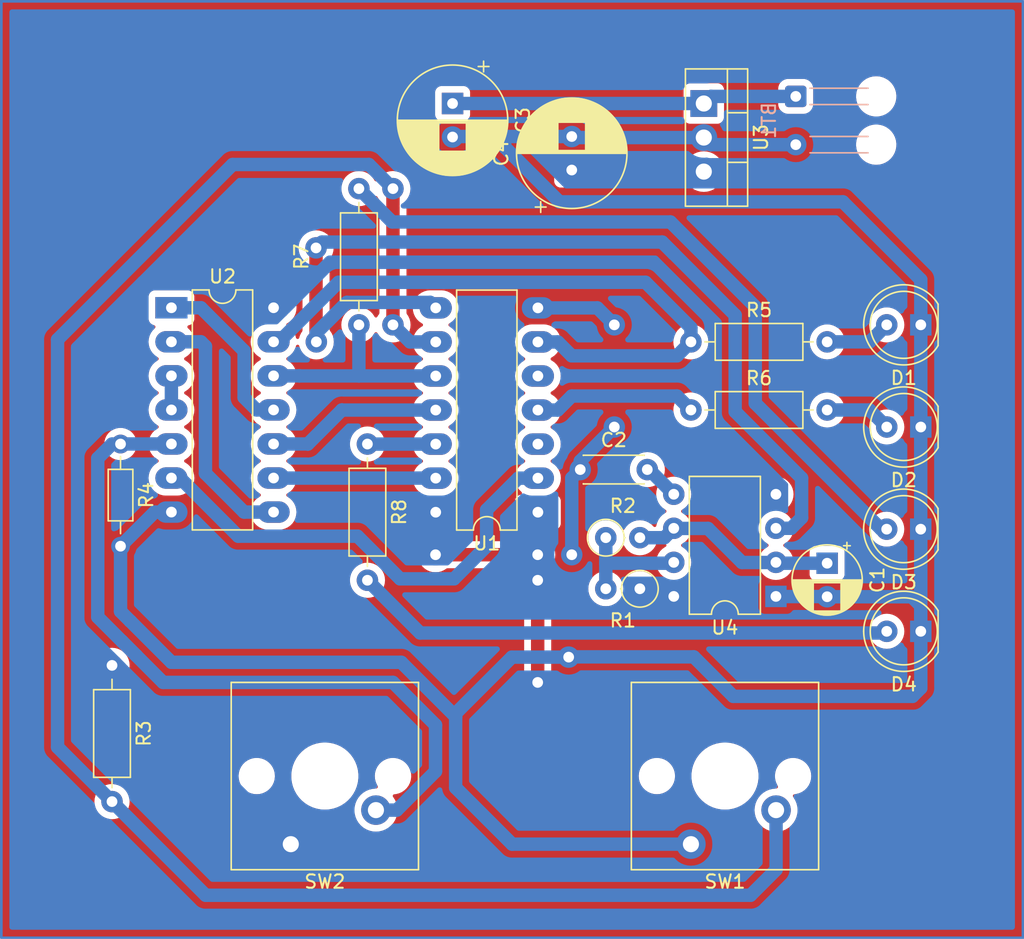
<source format=kicad_pcb>
(kicad_pcb (version 20211014) (generator pcbnew)
  (layers (0 "F.Cu" signal) (31 "B.Cu" signal) (34 "B.Paste" user) (35 "F.Paste" user) (36 "B.SilkS" user "B.Silkscreen") (37 "F.SilkS" user "F.Silkscreen") (38 "B.Mask" user) (39 "F.Mask" user) (44 "Edge.Cuts" user))
  (net 0 "")
  (net 1 "Net-(C1-Pad1)")
  (net 2 "Net-(BT1-Pad1)")
  (net 3 "Net-(C2-Pad2)")
  (net 4 "Net-(BT1-Pad2)")
  (net 5 "Net-(D1-Pad2)")
  (net 6 "Net-(D2-Pad2)")
  (net 7 "Net-(R3-Pad2)")
  (net 8 "Net-(D4-Pad2)")
  (net 9 "Net-(R1-Pad2)")
  (net 10 "Net-(R4-Pad1)")
  (net 11 "Net-(R5-Pad1)")
  (net 13 "Net-(U1-Pad8)")
  (net 14 "Net-(D3-Pad2)")
  (net 15 "Net-(R3-Pad1)")
  (net 16 "Net-(U1-Pad2)")
  (net 17 "Net-(U2-Pad1)")
  (net 18 "Net-(R6-Pad1)")
  (net 19 "Net-(R7-Pad1)")
  (net 20 "unconnected-(U1-Pad5)")
  (net 21 "Net-(R8-Pad1)")
  (net 22 "Net-(U2-Pad8)")
  (net 23 "Net-(U1-Pad11)")
  (net 24 "Net-(U1-Pad13)")
  (net 25 "Net-(U2-Pad4)")
  (footprint "Package_TO_SOT_THT:TO-220-3_Vertical" (layer "F.Cu") (at 103.195 45.72 -90)
    (fp_text reference "U3" (at 2.54 -4.27 90) (layer "F.SilkS"))
    (fp_text value "LM7805_TO220")
    (pad "1" thru_hole rect (at 0 0 270) (size 2 2) (drill 1.2) (layers *.Cu *.Mask) (net 2 "Net-(BT1-Pad1)"))
    (pad "2" thru_hole oval (at 2.54 0 270) (size 2 2) (drill 1.2) (layers *.Cu *.Mask) (net 4 "Net-(BT1-Pad2)"))
    (pad "3" thru_hole oval (at 5.08 0 270) (size 2 2) (drill 1.2) (layers *.Cu *.Mask) (net 15 "Net-(R3-Pad1)"))
  )
  (footprint "Resistor_THT:R_Axial_DIN0207_L6.3mm_D2.5mm_P10.16mm_Horizontal" (layer "F.Cu") (at 102.235 68.58)
    (fp_text reference "R6" (at 5.08 -2.37) (layer "F.SilkS"))
    (fp_text value "2.2kΩ")
    (pad "1" thru_hole circle (at 0 0) (size 1.6 1.6) (drill 0.8) (layers *.Cu *.Mask) (net 18 "Net-(R6-Pad1)"))
    (pad "2" thru_hole oval (at 10.16 0) (size 1.6 1.6) (drill 0.8) (layers *.Cu *.Mask) (net 6 "Net-(D2-Pad2)"))
  )
  (footprint "Button_Switch_Keyboard:SW_Cherry_MX_1.00u_PCB" (layer "F.Cu") (at 102.235 100.965 180)
    (fp_text reference "SW1" (at -2.54 -2.794) (layer "F.SilkS"))
    (fp_text value "SW_Push")
    (pad "" np_thru_hole circle (at -2.54 5.08 180) (size 4 4) (drill 4) (layers *.Cu *.Mask))
    (pad "" np_thru_hole circle (at 2.54 5.08 180) (size 1.7 1.7) (drill 1.7) (layers *.Cu *.Mask))
    (pad "" np_thru_hole circle (at -7.62 5.08 180) (size 1.7 1.7) (drill 1.7) (layers *.Cu *.Mask))
    (pad "1" thru_hole circle (at 0 0 180) (size 2.2 2.2) (drill 1.2) (layers *.Cu *.Mask) (net 4 "Net-(BT1-Pad2)"))
    (pad "2" thru_hole circle (at -6.35 2.54 180) (size 2.2 2.2) (drill 1.2) (layers *.Cu *.Mask) (net 7 "Net-(R3-Pad2)"))
  )
  (footprint "Package_DIP:DIP-14_W7.62mm_LongPads" (layer "F.Cu") (at 63.485 60.955)
    (fp_text reference "U2" (at 3.81 -2.33) (layer "F.SilkS"))
    (fp_text value "74HC86")
    (pad "1" thru_hole rect (at 0 0) (size 2.4 1.6) (drill 0.8) (layers *.Cu *.Mask) (net 17 "Net-(U2-Pad1)"))
    (pad "2" thru_hole oval (at 0 2.54) (size 2.4 1.6) (drill 0.8) (layers *.Cu *.Mask) (net 22 "Net-(U2-Pad8)"))
    (pad "3" thru_hole oval (at 0 5.08) (size 2.4 1.6) (drill 0.8) (layers *.Cu *.Mask) (net 25 "Net-(U2-Pad4)"))
    (pad "4" thru_hole oval (at 0 7.62) (size 2.4 1.6) (drill 0.8) (layers *.Cu *.Mask) (net 25 "Net-(U2-Pad4)"))
    (pad "5" thru_hole oval (at 0 10.16) (size 2.4 1.6) (drill 0.8) (layers *.Cu *.Mask) (net 10 "Net-(R4-Pad1)"))
    (pad "6" thru_hole oval (at 0 12.7) (size 2.4 1.6) (drill 0.8) (layers *.Cu *.Mask) (net 16 "Net-(U1-Pad2)"))
    (pad "7" thru_hole oval (at 0 15.24) (size 2.4 1.6) (drill 0.8) (layers *.Cu *.Mask) (net 4 "Net-(BT1-Pad2)"))
    (pad "8" thru_hole oval (at 7.62 15.24) (size 2.4 1.6) (drill 0.8) (layers *.Cu *.Mask) (net 22 "Net-(U2-Pad8)"))
    (pad "9" thru_hole oval (at 7.62 12.7) (size 2.4 1.6) (drill 0.8) (layers *.Cu *.Mask) (net 24 "Net-(U1-Pad13)"))
    (pad "10" thru_hole oval (at 7.62 10.16) (size 2.4 1.6) (drill 0.8) (layers *.Cu *.Mask) (net 23 "Net-(U1-Pad11)"))
    (pad "11" thru_hole oval (at 7.62 7.62) (size 2.4 1.6) (drill 0.8) (layers *.Cu *.Mask) (net 17 "Net-(U2-Pad1)"))
    (pad "12" thru_hole oval (at 7.62 5.08) (size 2.4 1.6) (drill 0.8) (layers *.Cu *.Mask) (net 19 "Net-(R7-Pad1)"))
    (pad "13" thru_hole oval (at 7.62 2.54) (size 2.4 1.6) (drill 0.8) (layers *.Cu *.Mask) (net 11 "Net-(R5-Pad1)"))
    (pad "14" thru_hole oval (at 7.62 0) (size 2.4 1.6) (drill 0.8) (layers *.Cu *.Mask) (net 15 "Net-(R3-Pad1)"))
  )
  (footprint "Capacitor_THT:CP_Radial_D5.0mm_P2.50mm" (layer "F.Cu") (at 112.395 80.01 -90)
    (fp_text reference "C1" (at 1.25 -3.75 90) (layer "F.SilkS"))
    (fp_text value "1μF")
    (pad "1" thru_hole rect (at 0 0 270) (size 1.6 1.6) (drill 0.8) (layers *.Cu *.Mask) (net 1 "Net-(C1-Pad1)"))
    (pad "2" thru_hole circle (at 2.5 0 270) (size 1.6 1.6) (drill 0.8) (layers *.Cu *.Mask) (net 4 "Net-(BT1-Pad2)"))
  )
  (footprint "LED_THT:LED_D5.0mm" (layer "F.Cu") (at 119.38 85.09 180)
    (fp_text reference "D4" (at 1.27 -3.96) (layer "F.SilkS"))
    (fp_text value "LED")
    (pad "1" thru_hole rect (at 0 0 180) (size 1.6 1.6) (drill 0.8) (layers *.Cu *.Mask) (net 4 "Net-(BT1-Pad2)"))
    (pad "2" thru_hole circle (at 2.54 0 180) (size 1.6 1.6) (drill 0.8) (layers *.Cu *.Mask) (net 8 "Net-(D4-Pad2)"))
  )
  (footprint "Resistor_THT:R_Axial_DIN0207_L6.3mm_D2.5mm_P10.16mm_Horizontal" (layer "F.Cu") (at 77.47 62.23 90)
    (fp_text reference "R7" (at 5.085 -4.29 90) (layer "F.SilkS"))
    (fp_text value "2.2kΩ")
    (pad "1" thru_hole circle (at 0 0 90) (size 1.6 1.6) (drill 0.8) (layers *.Cu *.Mask) (net 19 "Net-(R7-Pad1)"))
    (pad "2" thru_hole oval (at 10.16 0 90) (size 1.6 1.6) (drill 0.8) (layers *.Cu *.Mask) (net 14 "Net-(D3-Pad2)"))
  )
  (footprint "Resistor_THT:R_Axial_DIN0207_L6.3mm_D2.5mm_P10.16mm_Horizontal" (layer "F.Cu") (at 102.235 63.5)
    (fp_text reference "R5" (at 5.08 -2.37) (layer "F.SilkS"))
    (fp_text value "2.2kΩ")
    (pad "1" thru_hole circle (at 0 0) (size 1.6 1.6) (drill 0.8) (layers *.Cu *.Mask) (net 11 "Net-(R5-Pad1)"))
    (pad "2" thru_hole oval (at 10.16 0) (size 1.6 1.6) (drill 0.8) (layers *.Cu *.Mask) (net 5 "Net-(D1-Pad2)"))
  )
  (footprint "LED_THT:LED_D5.0mm" (layer "F.Cu") (at 119.38 62.23 180)
    (fp_text reference "D1" (at 1.27 -3.96) (layer "F.SilkS"))
    (fp_text value "LED")
    (pad "1" thru_hole rect (at 0 0 180) (size 1.6 1.6) (drill 0.8) (layers *.Cu *.Mask) (net 4 "Net-(BT1-Pad2)"))
    (pad "2" thru_hole circle (at 2.54 0 180) (size 1.6 1.6) (drill 0.8) (layers *.Cu *.Mask) (net 5 "Net-(D1-Pad2)"))
  )
  (footprint "Resistor_THT:R_Axial_DIN0207_L6.3mm_D2.5mm_P10.16mm_Horizontal" (layer "F.Cu") (at 59.055 87.63 -90)
    (fp_text reference "R3" (at 5.08 -2.37 90) (layer "F.SilkS"))
    (fp_text value "10kΩ")
    (pad "1" thru_hole circle (at 0 0 270) (size 1.6 1.6) (drill 0.8) (layers *.Cu *.Mask) (net 15 "Net-(R3-Pad1)"))
    (pad "2" thru_hole oval (at 10.16 0 270) (size 1.6 1.6) (drill 0.8) (layers *.Cu *.Mask) (net 7 "Net-(R3-Pad2)"))
  )
  (footprint "Resistor_THT:R_Axial_DIN0204_L3.6mm_D1.6mm_P7.62mm_Horizontal" (layer "F.Cu") (at 59.69 71.12 -90)
    (fp_text reference "R4" (at 3.81 -1.92 -90) (layer "F.SilkS"))
    (fp_text value "10kΩ")
    (pad "1" thru_hole circle (at 0 0 270) (size 1.4 1.4) (drill 0.8) (layers *.Cu *.Mask) (net 10 "Net-(R4-Pad1)"))
    (pad "2" thru_hole oval (at 7.62 0 270) (size 1.4 1.4) (drill 0.8) (layers *.Cu *.Mask) (net 4 "Net-(BT1-Pad2)"))
  )
  (footprint "Package_DIP:DIP-8_W7.62mm" (layer "F.Cu") (at 108.575 82.485112 180)
    (fp_text reference "U4" (at 3.81 -2.33) (layer "F.SilkS"))
    (fp_text value "LM555xN")
    (pad "1" thru_hole rect (at 0 0 180) (size 1.6 1.6) (drill 0.8) (layers *.Cu *.Mask) (net 4 "Net-(BT1-Pad2)"))
    (pad "2" thru_hole oval (at 0 2.54 180) (size 1.6 1.6) (drill 0.8) (layers *.Cu *.Mask) (net 1 "Net-(C1-Pad1)"))
    (pad "3" thru_hole oval (at 0 5.08 180) (size 1.6 1.6) (drill 0.8) (layers *.Cu *.Mask) (net 13 "Net-(U1-Pad8)"))
    (pad "4" thru_hole oval (at 0 7.62 180) (size 1.6 1.6) (drill 0.8) (layers *.Cu *.Mask) (net 15 "Net-(R3-Pad1)"))
    (pad "5" thru_hole oval (at 7.62 7.62 180) (size 1.6 1.6) (drill 0.8) (layers *.Cu *.Mask) (net 3 "Net-(C2-Pad2)"))
    (pad "6" thru_hole oval (at 7.62 5.08 180) (size 1.6 1.6) (drill 0.8) (layers *.Cu *.Mask) (net 1 "Net-(C1-Pad1)"))
    (pad "7" thru_hole oval (at 7.62 2.54 180) (size 1.6 1.6) (drill 0.8) (layers *.Cu *.Mask) (net 9 "Net-(R1-Pad2)"))
    (pad "8" thru_hole oval (at 7.62 0 180) (size 1.6 1.6) (drill 0.8) (layers *.Cu *.Mask) (net 15 "Net-(R3-Pad1)"))
  )
  (footprint "LED_THT:LED_D5.0mm" (layer "F.Cu") (at 119.375 77.47 180)
    (fp_text reference "D3" (at 1.27 -3.96) (layer "F.SilkS"))
    (fp_text value "LED")
    (pad "1" thru_hole rect (at 0 0 180) (size 1.6 1.6) (drill 0.8) (layers *.Cu *.Mask) (net 4 "Net-(BT1-Pad2)"))
    (pad "2" thru_hole circle (at 2.54 0 180) (size 1.6 1.6) (drill 0.8) (layers *.Cu *.Mask) (net 14 "Net-(D3-Pad2)"))
  )
  (footprint "Capacitor_THT:CP_Radial_D8.0mm_P2.50mm" (layer "F.Cu") (at 93.345 50.682651 90)
    (fp_text reference "C4" (at 1.25 -5.25 90) (layer "F.SilkS"))
    (fp_text value "10μF")
    (pad "1" thru_hole rect (at 0 0 90) (size 1.6 1.6) (drill 0.8) (layers *.Cu *.Mask) (net 15 "Net-(R3-Pad1)"))
    (pad "2" thru_hole circle (at 2.5 0 90) (size 1.6 1.6) (drill 0.8) (layers *.Cu *.Mask) (net 4 "Net-(BT1-Pad2)"))
  )
  (footprint "Resistor_THT:R_Axial_DIN0207_L6.3mm_D2.5mm_P2.54mm_Vertical" (layer "F.Cu") (at 95.885 78.105)
    (fp_text reference "R2" (at 1.27 -2.37) (layer "F.SilkS"))
    (fp_text value "18kΩ")
    (pad "1" thru_hole circle (at 0 0) (size 1.6 1.6) (drill 0.8) (layers *.Cu *.Mask) (net 9 "Net-(R1-Pad2)"))
    (pad "2" thru_hole oval (at 2.54 0) (size 1.6 1.6) (drill 0.8) (layers *.Cu *.Mask) (net 1 "Net-(C1-Pad1)"))
  )
  (footprint "LED_THT:LED_D5.0mm" (layer "F.Cu") (at 119.38 69.85 180)
    (fp_text reference "D2" (at 1.27 -3.96) (layer "F.SilkS"))
    (fp_text value "LED")
    (pad "1" thru_hole rect (at 0 0 180) (size 1.6 1.6) (drill 0.8) (layers *.Cu *.Mask) (net 4 "Net-(BT1-Pad2)"))
    (pad "2" thru_hole circle (at 2.54 0 180) (size 1.6 1.6) (drill 0.8) (layers *.Cu *.Mask) (net 6 "Net-(D2-Pad2)"))
  )
  (footprint "Button_Switch_Keyboard:SW_Cherry_MX_1.00u_PCB" (layer "F.Cu") (at 72.39 100.965 180)
    (fp_text reference "SW2" (at -2.54 -2.794) (layer "F.SilkS"))
    (fp_text value "SW_Push")
    (pad "" np_thru_hole circle (at -7.62 5.08 180) (size 1.7 1.7) (drill 1.7) (layers *.Cu *.Mask))
    (pad "" np_thru_hole circle (at -2.54 5.08 180) (size 4 4) (drill 4) (layers *.Cu *.Mask))
    (pad "" np_thru_hole circle (at 2.54 5.08 180) (size 1.7 1.7) (drill 1.7) (layers *.Cu *.Mask))
    (pad "1" thru_hole circle (at 0 0 180) (size 2.2 2.2) (drill 1.2) (layers *.Cu *.Mask) (net 15 "Net-(R3-Pad1)"))
    (pad "2" thru_hole circle (at -6.35 2.54 180) (size 2.2 2.2) (drill 1.2) (layers *.Cu *.Mask) (net 10 "Net-(R4-Pad1)"))
  )
  (footprint "Package_DIP:DIP-14_W7.62mm_LongPads" (layer "F.Cu") (at 90.82 76.205 180)
    (fp_text reference "U1" (at 3.81 -2.33) (layer "F.SilkS"))
    (fp_text value "74HC164")
    (pad "1" thru_hole rect (at 0 0 180) (size 2.4 1.6) (drill 0.8) (layers *.Cu *.Mask) (net 15 "Net-(R3-Pad1)"))
    (pad "2" thru_hole oval (at 0 2.54 180) (size 2.4 1.6) (drill 0.8) (layers *.Cu *.Mask) (net 16 "Net-(U1-Pad2)"))
    (pad "3" thru_hole oval (at 0 5.08 180) (size 2.4 1.6) (drill 0.8) (layers *.Cu *.Mask))
    (pad "4" thru_hole oval (at 0 7.62 180) (size 2.4 1.6) (drill 0.8) (layers *.Cu *.Mask) (net 18 "Net-(R6-Pad1)"))
    (pad "5" thru_hole oval (at 0 10.16 180) (size 2.4 1.6) (drill 0.8) (layers *.Cu *.Mask) (net 20 "unconnected-(U1-Pad5)"))
    (pad "6" thru_hole oval (at 0 12.7 180) (size 2.4 1.6) (drill 0.8) (layers *.Cu *.Mask) (net 11 "Net-(R5-Pad1)"))
    (pad "7" thru_hole oval (at 0 15.24 180) (size 2.4 1.6) (drill 0.8) (layers *.Cu *.Mask) (net 4 "Net-(BT1-Pad2)"))
    (pad "8" thru_hole oval (at 7.62 15.24 180) (size 2.4 1.6) (drill 0.8) (layers *.Cu *.Mask) (net 13 "Net-(U1-Pad8)"))
    (pad "9" thru_hole oval (at 7.62 12.7 180) (size 2.4 1.6) (drill 0.8) (layers *.Cu *.Mask) (net 7 "Net-(R3-Pad2)"))
    (pad "10" thru_hole oval (at 7.62 10.16 180) (size 2.4 1.6) (drill 0.8) (layers *.Cu *.Mask) (net 19 "Net-(R7-Pad1)"))
    (pad "11" thru_hole oval (at 7.62 7.62 180) (size 2.4 1.6) (drill 0.8) (layers *.Cu *.Mask) (net 23 "Net-(U1-Pad11)"))
    (pad "12" thru_hole oval (at 7.62 5.08 180) (size 2.4 1.6) (drill 0.8) (layers *.Cu *.Mask) (net 21 "Net-(R8-Pad1)"))
    (pad "13" thru_hole oval (at 7.62 2.54 180) (size 2.4 1.6) (drill 0.8) (layers *.Cu *.Mask) (net 24 "Net-(U1-Pad13)"))
    (pad "14" thru_hole oval (at 7.62 0 180) (size 2.4 1.6) (drill 0.8) (layers *.Cu *.Mask) (net 15 "Net-(R3-Pad1)"))
  )
  (footprint "Capacitor_THT:CP_Radial_D8.0mm_P2.50mm" (layer "F.Cu") (at 84.455 45.72 -90)
    (fp_text reference "C3" (at 1.25 -5.25 90) (layer "F.SilkS"))
    (fp_text value "10μF")
    (pad "1" thru_hole rect (at 0 0 270) (size 1.6 1.6) (drill 0.8) (layers *.Cu *.Mask) (net 2 "Net-(BT1-Pad1)"))
    (pad "2" thru_hole circle (at 2.5 0 270) (size 1.6 1.6) (drill 0.8) (layers *.Cu *.Mask) (net 4 "Net-(BT1-Pad2)"))
  )
  (footprint "Capacitor_THT:C_Disc_D4.3mm_W1.9mm_P5.00mm" (layer "F.Cu") (at 93.98 73.025)
    (fp_text reference "C2" (at 2.5 -2.2) (layer "F.SilkS"))
    (fp_text value "10pF")
    (pad "1" thru_hole circle (at 0 0) (size 1.6 1.6) (drill 0.8) (layers *.Cu *.Mask) (net 4 "Net-(BT1-Pad2)"))
    (pad "2" thru_hole circle (at 5 0) (size 1.6 1.6) (drill 0.8) (layers *.Cu *.Mask) (net 3 "Net-(C2-Pad2)"))
  )
  (footprint "Resistor_THT:R_Axial_DIN0207_L6.3mm_D2.5mm_P10.16mm_Horizontal" (layer "F.Cu") (at 78.105 71.12 -90)
    (fp_text reference "R8" (at 5.08 -2.37 90) (layer "F.SilkS"))
    (fp_text value "10kΩ")
    (pad "1" thru_hole circle (at 0 0 270) (size 1.6 1.6) (drill 0.8) (layers *.Cu *.Mask) (net 21 "Net-(R8-Pad1)"))
    (pad "2" thru_hole oval (at 10.16 0 270) (size 1.6 1.6) (drill 0.8) (layers *.Cu *.Mask) (net 8 "Net-(D4-Pad2)"))
  )
  (footprint "Resistor_THT:R_Axial_DIN0207_L6.3mm_D2.5mm_P2.54mm_Vertical" (layer "F.Cu") (at 98.425 81.915 180)
    (fp_text reference "R1" (at 1.27 -2.37 180) (layer "F.SilkS"))
    (fp_text value "4.7kΩ")
    (pad "1" thru_hole circle (at 0 0 180) (size 1.6 1.6) (drill 0.8) (layers *.Cu *.Mask) (net 15 "Net-(R3-Pad1)"))
    (pad "2" thru_hole oval (at 2.54 0 180) (size 1.6 1.6) (drill 0.8) (layers *.Cu *.Mask) (net 9 "Net-(R1-Pad2)"))
  )
  (footprint "Connector_Wire:SolderWire-0.1sqmm_1x02_P3.6mm_D0.4mm_OD1mm_Relief" (layer "B.Cu") (at 110.055 45.19 -90)
    (fp_text reference "BT1" (at 1.8 2 90) (layer "B.SilkS") (effects (justify mirror)))
    (fp_text value "Battery")
    (pad "" np_thru_hole circle (at 0 -6 270) (size 1.5 1.5) (drill 2) (layers F&B.Cu *.Mask))
    (pad "" np_thru_hole circle (at 3.6 -6 270) (size 1.5 1.5) (drill 2) (layers F&B.Cu *.Mask))
    (pad "1" thru_hole roundrect (at 0 0 270) (size 1.6 1.6) (drill 0.8) (layers *.Cu *.Mask) (roundrect_rratio 0.15625) (net 2 "Net-(BT1-Pad1)"))
    (pad "2" thru_hole circle (at 3.6 0 270) (size 1.6 1.6) (drill 0.8) (layers *.Cu *.Mask) (net 4 "Net-(BT1-Pad2)"))
  )
  (gr_rect (start 127 107.95) (end 50.8 38.1) (layer "B.Cu") (width 0.2) (fill none))
  (segment (start 100.255112 78.105) (end 100.955 77.405112) (width 1) (layer "B.Cu") (net 1))
  (segment (start 98.425 78.105) (end 100.255112 78.105) (width 1) (layer "B.Cu") (net 1))
  (segment (start 106.045 79.955112) (end 108.585 79.955112) (width 1) (layer "B.Cu") (net 1))
  (segment (start 100.965 77.415112) (end 103.505 77.415112) (width 1) (layer "B.Cu") (net 1))
  (segment (start 103.505 77.415112) (end 106.045 79.955112) (width 1) (layer "B.Cu") (net 1))
  (segment (start 108.639888 80.01) (end 108.575 79.945112) (width 1) (layer "B.Cu") (net 1))
  (segment (start 112.395 80.01) (end 108.639888 80.01) (width 1) (layer "B.Cu") (net 1))
  (segment (start 100.955 77.405112) (end 100.965 77.415112) (width 1) (layer "B.Cu") (net 1))
  (segment (start 103.195 45.72) (end 84.455 45.72) (width 1) (layer "B.Cu") (net 2))
  (segment (start 110.055 45.19) (end 103.725 45.19) (width 1) (layer "B.Cu") (net 2))
  (segment (start 103.725 45.19) (end 103.195 45.72) (width 1) (layer "B.Cu") (net 2))
  (segment (start 99.114888 73.025) (end 100.955 74.865112) (width 1) (layer "B.Cu") (net 3))
  (segment (start 98.98 73.025) (end 99.114888 73.025) (width 1) (layer "B.Cu") (net 3))
  (segment (start 96.52 69.85) (end 96.52 62.23) (width 1) (layer "F.Cu") (net 4))
  (segment (start 93.11548 79.60452) (end 93.345 79.375) (width 1) (layer "F.Cu") (net 4))
  (segment (start 93.11548 87.013531) (end 93.11548 79.60452) (width 1) (layer "F.Cu") (net 4))
  (via (at 93.345 79.375) (size 1.6) (drill 0.8) (layers "F.Cu" "B.Cu") (net 4))
  (via (at 93.11548 87.013531) (size 1.6) (drill 0.8) (layers "F.Cu" "B.Cu") (net 4))
  (via (at 96.52 69.85) (size 1.6) (drill 0.8) (layers "F.Cu" "B.Cu") (net 4))
  (via (at 96.52 62.23) (size 1.6) (drill 0.8) (layers "F.Cu" "B.Cu") (net 4))
  (segment (start 63.491016 87.40048) (end 80.631121 87.40048) (width 1) (layer "B.Cu") (net 4))
  (segment (start 80.631121 87.40048) (end 84.68452 91.453879) (width 1) (layer "B.Cu") (net 4))
  (segment (start 93.98 72.39) (end 96.52 69.85) (width 1) (layer "B.Cu") (net 4))
  (segment (start 95.255 60.965) (end 90.82 60.965) (width 1) (layer "B.Cu") (net 4))
  (segment (start 93.345 73.66) (end 93.98 73.025) (width 1) (layer "B.Cu") (net 4))
  (segment (start 105.396122 89.94048) (end 118.758878 89.94048) (width 1) (layer "B.Cu") (net 4))
  (segment (start 119.375 69.855) (end 119.38 69.85) (width 1) (layer "B.Cu") (net 4))
  (segment (start 118.758878 89.94048) (end 119.38 89.319358) (width 1) (layer "B.Cu") (net 4))
  (segment (start 112.395 82.51) (end 118.705 82.51) (width 1) (layer "B.Cu") (net 4))
  (segment (start 93.134011 86.995) (end 102.450642 86.995) (width 1) (layer "B.Cu") (net 4))
  (segment (start 110.055 48.79) (end 103.725 48.79) (width 1) (layer "B.Cu") (net 4))
  (segment (start 103.195 48.26) (end 93.422349 48.26) (width 1) (layer "B.Cu") (net 4))
  (segment (start 119.38 83.185) (end 119.38 81.275) (width 1) (layer "B.Cu") (net 4))
  (segment (start 96.52 62.23) (end 95.255 60.965) (width 1) (layer "B.Cu") (net 4))
  (segment (start 119.375 77.47) (end 119.375 69.855) (width 1) (layer "B.Cu") (net 4))
  (segment (start 112.395 82.52) (end 112.419888 82.495112) (width 1) (layer "B.Cu") (net 4))
  (segment (start 88.9 100.965) (end 102.235 100.965) (width 1) (layer "B.Cu") (net 4))
  (segment (start 102.450642 86.995) (end 105.396122 89.94048) (width 1) (layer "B.Cu") (net 4))
  (segment (start 119.38 80.01) (end 119.38 77.475) (width 1) (layer "B.Cu") (net 4))
  (segment (start 93.422349 48.26) (end 93.345 48.182651) (width 1) (layer "B.Cu") (net 4))
  (segment (start 93.345 48.182651) (end 88.342349 48.182651) (width 1) (layer "B.Cu") (net 4))
  (segment (start 112.370112 82.495112) (end 112.395 82.52) (width 1) (layer "B.Cu") (net 4))
  (segment (start 84.492349 48.182651) (end 84.455 48.22) (width 1) (layer "B.Cu") (net 4))
  (segment (start 119.38 85.09) (end 119.38 83.185) (width 1) (layer "B.Cu") (net 4))
  (segment (start 118.705 82.51) (end 119.38 83.185) (width 1) (layer "B.Cu") (net 4))
  (segment (start 84.68452 91.453879) (end 84.68452 91.21048) (width 1) (layer "B.Cu") (net 4))
  (segment (start 84.68452 96.74952) (end 88.9 100.965) (width 1) (layer "B.Cu") (net 4))
  (segment (start 93.98 73.025) (end 93.98 72.39) (width 1) (layer "B.Cu") (net 4))
  (segment (start 84.68452 91.453879) (end 84.68452 96.74952) (width 1) (layer "B.Cu") (net 4))
  (segment (start 63.485 76.195) (end 62.235 76.195) (width 1) (layer "B.Cu") (net 4))
  (segment (start 88.342349 48.182651) (end 88.342349 48.972349) (width 1) (layer "B.Cu") (net 4))
  (segment (start 88.342349 48.182651) (end 84.492349 48.182651) (width 1) (layer "B.Cu") (net 4))
  (segment (start 60.416611 84.330969) (end 60.421505 84.330969) (width 1) (layer "B.Cu") (net 4))
  (segment (start 59.69 83.604358) (end 60.416611 84.330969) (width 1) (layer "B.Cu") (net 4))
  (segment (start 119.38 62.23) (end 119.38 69.85) (width 1) (layer "B.Cu") (net 4))
  (segment (start 119.38 81.275) (end 119.38 80.01) (width 1) (layer "B.Cu") (net 4))
  (segment (start 119.38 89.319358) (end 119.38 85.236315) (width 1) (layer "B.Cu") (net 4))
  (segment (start 90.165 60.965) (end 90.82 60.965) (width 1) (layer "B.Cu") (net 4))
  (segment (start 93.11548 87.013531) (end 93.134011 86.995) (width 1) (layer "B.Cu") (net 4))
  (segment (start 119.38 85.236315) (end 119.38 85.09) (width 1) (layer "B.Cu") (net 4))
  (segment (start 103.725 48.79) (end 103.195 48.26) (width 1) (layer "B.Cu") (net 4))
  (segment (start 113.571278 53.05692) (end 119.38 58.865642) (width 1) (layer "B.Cu") (net 4))
  (segment (start 84.68452 91.21048) (end 88.881469 87.013531) (width 1) (layer "B.Cu") (net 4))
  (segment (start 88.342349 48.972349) (end 92.42692 53.05692) (width 1) (layer "B.Cu") (net 4))
  (segment (start 119.38 85.236315) (end 119.38 80.01) (width 1) (layer "B.Cu") (net 4))
  (segment (start 60.421505 84.330969) (end 63.491016 87.40048) (width 1) (layer "B.Cu") (net 4))
  (segment (start 93.345 79.375) (end 93.345 73.66) (width 1) (layer "B.Cu") (net 4))
  (segment (start 92.42692 53.05692) (end 113.571278 53.05692) (width 1) (layer "B.Cu") (net 4))
  (segment (start 88.881469 87.013531) (end 93.11548 87.013531) (width 1) (layer "B.Cu") (net 4))
  (segment (start 93.11548 87.013531) (end 93.096949 86.995) (width 1) (layer "B.Cu") (net 4))
  (segment (start 119.38 77.475) (end 119.375 77.47) (width 1) (layer "B.Cu") (net 4))
  (segment (start 108.575 82.495112) (end 112.370112 82.495112) (width 1) (layer "B.Cu") (net 4))
  (segment (start 62.235 76.195) (end 59.69 78.74) (width 1) (layer "B.Cu") (net 4))
  (segment (start 119.38 58.865642) (end 119.38 62.23) (width 1) (layer "B.Cu") (net 4))
  (segment (start 59.69 78.74) (end 59.69 83.604358) (width 1) (layer "B.Cu") (net 4))
  (segment (start 112.395 63.5) (end 115.57 63.5) (width 1) (layer "B.Cu") (net 5))
  (segment (start 115.57 63.5) (end 116.84 62.23) (width 1) (layer "B.Cu") (net 5))
  (segment (start 112.395 68.58) (end 115.57 68.58) (width 1) (layer "B.Cu") (net 6))
  (segment (start 115.57 68.58) (end 116.84 69.85) (width 1) (layer "B.Cu") (net 6))
  (segment (start 80.01 62.23) (end 80.01 52.07) (width 1) (layer "F.Cu") (net 7))
  (via (at 80.01 52.07) (size 1.6) (drill 0.8) (layers "F.Cu" "B.Cu") (net 7))
  (via (at 80.01 62.23) (size 1.6) (drill 0.8) (layers "F.Cu" "B.Cu") (net 7))
  (segment (start 108.585 98.425) (end 108.585 102.87) (width 1) (layer "B.Cu") (net 7))
  (segment (start 80.01 62.23) (end 81.285 63.505) (width 1) (layer "B.Cu") (net 7))
  (segment (start 66.04 104.775) (end 59.055 97.79) (width 1) (layer "B.Cu") (net 7))
  (segment (start 80.01 52.065106) (end 80.01 52.07) (width 1) (layer "B.Cu") (net 7))
  (segment (start 54.991449 63.328887) (end 68.049847 50.270489) (width 1) (layer "B.Cu") (net 7))
  (segment (start 106.68 104.775) (end 66.04 104.775) (width 1) (layer "B.Cu") (net 7))
  (segment (start 59.055 97.79) (end 54.991449 93.726449) (width 1) (layer "B.Cu") (net 7))
  (segment (start 108.585 102.87) (end 106.68 104.775) (width 1) (layer "B.Cu") (net 7))
  (segment (start 78.215383 50.270489) (end 80.01 52.065106) (width 1) (layer "B.Cu") (net 7))
  (segment (start 68.049847 50.270489) (end 78.215383 50.270489) (width 1) (layer "B.Cu") (net 7))
  (segment (start 54.991449 93.726449) (end 54.991449 63.328887) (width 1) (layer "B.Cu") (net 7))
  (segment (start 81.285 63.505) (end 83.2 63.505) (width 1) (layer "B.Cu") (net 7))
  (segment (start 82.039031 85.214031) (end 116.715969 85.214031) (width 1) (layer "B.Cu") (net 8))
  (segment (start 78.105 81.28) (end 82.039031 85.214031) (width 1) (layer "B.Cu") (net 8))
  (segment (start 116.715969 85.214031) (end 116.84 85.09) (width 1) (layer "B.Cu") (net 8))
  (segment (start 100.955 79.945112) (end 100.955 80) (width 1) (layer "B.Cu") (net 9))
  (segment (start 100.965 80.01) (end 95.885 80.01) (width 1) (layer "B.Cu") (net 9))
  (segment (start 95.885 80.01) (end 95.885 78.105) (width 1) (layer "B.Cu") (net 9))
  (segment (start 95.885 81.915) (end 95.885 80.01) (width 1) (layer "B.Cu") (net 9))
  (segment (start 100.955 80) (end 100.965 80.01) (width 1) (layer "B.Cu") (net 9))
  (segment (start 62.865 88.9) (end 60.854511 86.889511) (width 1) (layer "B.Cu") (net 10))
  (segment (start 83.185 92.075) (end 80.01 88.9) (width 1) (layer "B.Cu") (net 10))
  (segment (start 60.854511 86.884617) (end 59.800383 85.830489) (width 1) (layer "B.Cu") (net 10))
  (segment (start 57.990489 72.184511) (end 59.055 71.12) (width 1) (layer "B.Cu") (net 10))
  (segment (start 80.295634 98.425) (end 83.185 95.535634) (width 1) (layer "B.Cu") (net 10))
  (segment (start 57.990489 84.025489) (end 57.990489 72.184511) (width 1) (layer "B.Cu") (net 10))
  (segment (start 83.185 95.535634) (end 83.185 92.075) (width 1) (layer "B.Cu") (net 10))
  (segment (start 78.74 98.425) (end 80.295634 98.425) (width 1) (layer "B.Cu") (net 10))
  (segment (start 63.48 71.12) (end 63.485 71.115) (width 1) (layer "B.Cu") (net 10))
  (segment (start 59.795489 85.830489) (end 57.990489 84.025489) (width 1) (layer "B.Cu") (net 10))
  (segment (start 59.055 71.12) (end 59.69 71.12) (width 1) (layer "B.Cu") (net 10))
  (segment (start 63.485 71.115) (end 59.695 71.115) (width 1) (layer "B.Cu") (net 10))
  (segment (start 60.854511 86.889511) (end 60.854511 86.884617) (width 1) (layer "B.Cu") (net 10))
  (segment (start 59.695 71.115) (end 59.69 71.12) (width 1) (layer "B.Cu") (net 10))
  (segment (start 59.800383 85.830489) (end 59.795489 85.830489) (width 1) (layer "B.Cu") (net 10))
  (segment (start 80.01 88.9) (end 62.865 88.9) (width 1) (layer "B.Cu") (net 10))
  (segment (start 90.825 63.5) (end 90.82 63.505) (width 1) (layer "B.Cu") (net 11))
  (segment (start 93.345 64.54048) (end 101.19452 64.54048) (width 1) (layer "B.Cu") (net 11))
  (segment (start 90.82 63.505) (end 92.30952 63.505) (width 1) (layer "B.Cu") (net 11))
  (segment (start 75.949905 59.055) (end 98.844358 59.055) (width 1) (layer "B.Cu") (net 11))
  (segment (start 101.19452 64.54048) (end 102.235 63.5) (width 1) (layer "B.Cu") (net 11))
  (segment (start 102.235 62.445642) (end 102.235 63.5) (width 1) (layer "B.Cu") (net 11))
  (segment (start 71.509905 63.495) (end 75.949905 59.055) (width 1) (layer "B.Cu") (net 11))
  (segment (start 92.30952 63.505) (end 93.345 64.54048) (width 1) (layer "B.Cu") (net 11))
  (segment (start 71.105 63.495) (end 71.509905 63.495) (width 1) (layer "B.Cu") (net 11))
  (segment (start 98.844358 59.055) (end 102.235 62.445642) (width 1) (layer "B.Cu") (net 11))
  (segment (start 74.271811 56.491811) (end 74.271811 63.476811) (width 1) (layer "F.Cu") (net 13))
  (segment (start 74.271811 63.476811) (end 74.295 63.5) (width 1) (layer "F.Cu") (net 13))
  (via (at 74.271811 56.491811) (size 1.6) (drill 0.8) (layers "F.Cu" "B.Cu") (net 13))
  (via (at 74.295 63.5) (size 1.6) (drill 0.8) (layers "F.Cu" "B.Cu") (net 13))
  (segment (start 76.571027 60.55452) (end 76.500273 60.625274) (width 1) (layer "B.Cu") (net 13))
  (segment (start 100.965 56.934359) (end 100.965 56.934358) (width 1) (layer "B.Cu") (net 13))
  (segment (start 100.965 56.934358) (end 100.086602 56.05596) (width 1) (layer "B.Cu") (net 13))
  (segment (start 76.500273 60.625274) (end 74.295 62.830547) (width 1) (layer "B.Cu") (net 13))
  (segment (start 110.49 73.66) (end 110.49 76.621482) (width 1) (layer "B.Cu") (net 13))
  (segment (start 109.70637 77.405112) (end 108.575 77.405112) (width 1) (layer "B.Cu") (net 13))
  (segment (start 105.534031 68.704031) (end 110.49 73.66) (width 1) (layer "B.Cu") (net 13))
  (segment (start 74.295 62.830547) (end 74.295 63.5) (width 1) (layer "B.Cu") (net 13))
  (segment (start 100.086602 56.05596) (end 105.534031 61.50339) (width 1) (layer "B.Cu") (net 13))
  (segment (start 74.707662 56.05596) (end 100.086602 56.05596) (width 1) (layer "B.Cu") (net 13))
  (segment (start 110.49 76.621482) (end 109.70637 77.405112) (width 1) (layer "B.Cu") (net 13))
  (segment (start 82.78952 60.55452) (end 76.571027 60.55452) (width 1) (layer "B.Cu") (net 13))
  (segment (start 74.271811 56.491811) (end 74.707662 56.05596) (width 1) (layer "B.Cu") (net 13))
  (segment (start 105.534031 61.50339) (end 105.534031 68.704031) (width 1) (layer "B.Cu") (net 13))
  (segment (start 83.2 60.965) (end 82.78952 60.55452) (width 1) (layer "B.Cu") (net 13))
  (segment (start 79.951546 54.55644) (end 77.47 52.074894) (width 1) (layer "B.Cu") (net 14))
  (segment (start 116.835 77.47) (end 116.420642 77.47) (width 1) (layer "B.Cu") (net 14))
  (segment (start 107.033551 68.082909) (end 107.033551 60.882268) (width 1) (layer "B.Cu") (net 14))
  (segment (start 77.47 52.074894) (end 77.47 52.07) (width 1) (layer "B.Cu") (net 14))
  (segment (start 116.420642 77.47) (end 107.033551 68.082909) (width 1) (layer "B.Cu") (net 14))
  (segment (start 100.707724 54.55644) (end 79.951546 54.55644) (width 1) (layer "B.Cu") (net 14))
  (segment (start 107.033551 60.882268) (end 100.707724 54.55644) (width 1) (layer "B.Cu") (net 14))
  (segment (start 90.805 79.375) (end 83.185 79.375) (width 1) (layer "F.Cu") (net 15))
  (segment (start 90.805 88.9) (end 90.805 81.28) (width 1) (layer "F.Cu") (net 15))
  (via (at 90.805 88.9) (size 1.6) (drill 0.8) (layers "F.Cu" "B.Cu") (net 15))
  (via (at 90.805 79.375) (size 1.6) (drill 0.8) (layers "F.Cu" "B.Cu") (net 15))
  (via (at 90.805 81.28) (size 1.6) (drill 0.8) (layers "F.Cu" "B.Cu") (net 15))
  (via (at 83.185 79.375) (size 1.6) (drill 0.8) (layers "F.Cu" "B.Cu") (net 15))
  (segment (start 83.2 76.205) (end 83.2 79.36) (width 1) (layer "B.Cu") (net 15))
  (segment (start 104.334511 101.834647) (end 104.334511 99.889511) (width 1) (layer "B.Cu") (net 15))
  (segment (start 90.82 79.36) (end 90.805 79.375) (width 1) (layer "B.Cu") (net 15))
  (segment (start 72.39 100.965) (end 59.055 87.63) (width 1) (layer "B.Cu") (net 15))
  (segment (start 90.805 88.9) (end 102.235 88.9) (width 1) (layer "B.Cu") (net 15))
  (segment (start 108.575 74.865112) (end 108.575 73.865642) (width 1) (layer "B.Cu") (net 15))
  (segment (start 74.70048 103.27548) (end 72.39 100.965) (width 1) (layer "B.Cu") (net 15))
  (segment (start 99.725601 83.714511) (end 100.955 82.485112) (width 1) (layer "B.Cu") (net 15))
  (segment (start 101.6 94.615) (end 104.775 91.44) (width 1) (layer "B.Cu") (net 15))
  (segment (start 101.6 97.155) (end 101.6 94.615) (width 1) (layer "B.Cu") (net 15))
  (segment (start 104.034511 62.124511) (end 99.46548 57.55548) (width 1) (layer "B.Cu") (net 15))
  (segment (start 83.2 79.36) (end 83.185 79.375) (width 1) (layer "B.Cu") (net 15))
  (segment (start 71.929263 60.955) (end 71.105 60.955) (width 1) (layer "B.Cu") (net 15))
  (segment (start 69.205 59.055) (end 71.105 60.955) (width 1) (layer "B.Cu") (net 15))
  (segment (start 93.462349 50.8) (end 93.345 50.682651) (width 1) (layer "B.Cu") (net 15))
  (segment (start 104.334511 99.889511) (end 101.6 97.155) (width 1) (layer "B.Cu") (net 15))
  (segment (start 90.82 76.205) (end 90.82 79.36) (width 1) (layer "B.Cu") (net 15))
  (segment (start 56.490969 85.065969) (end 56.490969 63.950009) (width 1) (layer "B.Cu") (net 15))
  (segment (start 74.70048 103.27548) (end 102.893678 103.27548) (width 1) (layer "B.Cu") (net 15))
  (segment (start 121.279511 58.644511) (end 113.435 50.8) (width 1) (layer "B.Cu") (net 15))
  (segment (start 108.575 73.865642) (end 104.034511 69.325153) (width 1) (layer "B.Cu") (net 15))
  (segment (start 113.435 50.8) (end 103.195 50.8) (width 1) (layer "B.Cu") (net 15))
  (segment (start 75.328783 57.55548) (end 71.929263 60.955) (width 1) (layer "B.Cu") (net 15))
  (segment (start 104.034511 69.325153) (end 104.034511 62.124511) (width 1) (layer "B.Cu") (net 15))
  (segment (start 102.235 88.9) (end 104.775 91.44) (width 1) (layer "B.Cu") (net 15))
  (segment (start 61.385978 59.055) (end 69.205 59.055) (width 1) (layer "B.Cu") (net 15))
  (segment (start 98.425 81.915) (end 100.384888 81.915) (width 1) (layer "B.Cu") (net 15))
  (segment (start 102.893678 103.27548) (end 104.334511 101.834647) (width 1) (layer "B.Cu") (net 15))
  (segment (start 56.490969 63.950009) (end 61.385978 59.055) (width 1) (layer "B.Cu") (net 15))
  (segment (start 104.775 91.44) (end 119.38 91.44) (width 1) (layer "B.Cu") (net 15))
  (segment (start 90.805 79.375) (end 90.805 81.28) (width 1) (layer "B.Cu") (net 15))
  (segment (start 59.055 87.63) (end 56.490969 85.065969) (width 1) (layer "B.Cu") (net 15))
  (segment (start 121.279511 89.540489) (end 121.279511 58.644511) (width 1) (layer "B.Cu") (net 15))
  (segment (start 93.239511 83.714511) (end 99.725601 83.714511) (width 1) (layer "B.Cu") (net 15))
  (segment (start 99.46548 57.55548) (end 75.328783 57.55548) (width 1) (layer "B.Cu") (net 15))
  (segment (start 100.384888 81.915) (end 100.955 82.485112) (width 1) (layer "B.Cu") (net 15))
  (segment (start 103.195 50.8) (end 93.462349 50.8) (width 1) (layer "B.Cu") (net 15))
  (segment (start 90.805 81.28) (end 93.239511 83.714511) (width 1) (layer "B.Cu") (net 15))
  (segment (start 119.38 91.44) (end 121.279511 89.540489) (width 1) (layer "B.Cu") (net 15))
  (segment (start 63.485 73.655) (end 64.13 73.655) (width 1) (layer "B.Cu") (net 16))
  (segment (start 86.995 76.030978) (end 89.360978 73.665) (width 1) (layer "B.Cu") (net 16))
  (segment (start 77.364414 77.99452) (end 80.544405 81.174511) (width 1) (layer "B.Cu") (net 16))
  (segment (start 68.46952 77.99452) (end 77.364414 77.99452) (width 1) (layer "B.Cu") (net 16))
  (segment (start 84.560489 81.174511) (end 86.995 78.74) (width 1) (layer "B.Cu") (net 16))
  (segment (start 80.544405 81.174511) (end 84.560489 81.174511) (width 1) (layer "B.Cu") (net 16))
  (segment (start 64.13 73.655) (end 68.46952 77.99452) (width 1) (layer "B.Cu") (net 16))
  (segment (start 89.360978 73.665) (end 90.82 73.665) (width 1) (layer "B.Cu") (net 16))
  (segment (start 86.995 78.74) (end 86.995 76.030978) (width 1) (layer "B.Cu") (net 16))
  (segment (start 69.835 68.575) (end 71.105 68.575) (width 1) (layer "B.Cu") (net 17))
  (segment (start 68.90548 64.17548) (end 68.90548 67.64548) (width 1) (layer "B.Cu") (net 17))
  (segment (start 63.485 60.955) (end 65.685 60.955) (width 1) (layer "B.Cu") (net 17))
  (segment (start 68.90548 67.64548) (end 69.835 68.575) (width 1) (layer "B.Cu") (net 17))
  (segment (start 65.685 60.955) (end 68.90548 64.17548) (width 1) (layer "B.Cu") (net 17))
  (segment (start 92.29952 68.585) (end 93.345 67.53952) (width 1) (layer "B.Cu") (net 18))
  (segment (start 90.825 68.58) (end 90.82 68.585) (width 1) (layer "B.Cu") (net 18))
  (segment (start 101.19452 67.53952) (end 102.235 68.58) (width 1) (layer "B.Cu") (net 18))
  (segment (start 93.345 67.53952) (end 101.19452 67.53952) (width 1) (layer "B.Cu") (net 18))
  (segment (start 90.82 68.585) (end 92.29952 68.585) (width 1) (layer "B.Cu") (net 18))
  (segment (start 102.23 68.585) (end 102.235 68.58) (width 1) (layer "B.Cu") (net 18))
  (segment (start 83.2 66.045) (end 83.195 66.04) (width 1) (layer "B.Cu") (net 19))
  (segment (start 73.02 66.035) (end 71.105 66.035) (width 1) (layer "B.Cu") (net 19))
  (segment (start 83.195 66.04) (end 77.47 66.04) (width 1) (layer "B.Cu") (net 19))
  (segment (start 77.47 62.23) (end 77.47 66.04) (width 1) (layer "B.Cu") (net 19))
  (segment (start 73.025 66.04) (end 73.02 66.035) (width 1) (layer "B.Cu") (net 19))
  (segment (start 77.47 66.04) (end 73.025 66.04) (width 1) (layer "B.Cu") (net 19))
  (segment (start 90.82 66.045) (end 90.81 66.045) (width 1) (layer "B.Cu") (net 20))
  (segment (start 90.81 66.045) (end 90.805 66.04) (width 1) (layer "B.Cu") (net 20))
  (segment (start 83.2 71.125) (end 78.11 71.125) (width 1) (layer "B.Cu") (net 21))
  (segment (start 78.11 71.125) (end 78.105 71.12) (width 1) (layer "B.Cu") (net 21))
  (segment (start 83.195 71.12) (end 83.2 71.125) (width 1) (layer "B.Cu") (net 21))
  (segment (start 65.685 63.495) (end 66.025 63.835) (width 1) (layer "B.Cu") (net 22))
  (segment (start 68.905 76.195) (end 71.105 76.195) (width 1) (layer "B.Cu") (net 22))
  (segment (start 66.025 73.315) (end 68.905 76.195) (width 1) (layer "B.Cu") (net 22))
  (segment (start 63.275479 63.285479) (end 63.485 63.495) (width 1) (layer "B.Cu") (net 22))
  (segment (start 66.025 63.835) (end 66.025 73.315) (width 1) (layer "B.Cu") (net 22))
  (segment (start 63.485 63.495) (end 65.685 63.495) (width 1) (layer "B.Cu") (net 22))
  (segment (start 76.205 68.585) (end 83.2 68.585) (width 1) (layer "B.Cu") (net 23))
  (segment (start 73.655 71.115) (end 71.105 71.115) (width 1) (layer "B.Cu") (net 23))
  (segment (start 73.66 71.12) (end 73.655 71.115) (width 1) (layer "B.Cu") (net 23))
  (segment (start 73.66 71.12) (end 76.2 68.58) (width 1) (layer "B.Cu") (net 23))
  (segment (start 76.2 68.58) (end 76.205 68.585) (width 1) (layer "B.Cu") (net 23))
  (segment (start 83.195 73.66) (end 71.11 73.66) (width 1) (layer "B.Cu") (net 24))
  (segment (start 71.11 73.66) (end 71.105 73.655) (width 1) (layer "B.Cu") (net 24))
  (segment (start 83.2 73.665) (end 83.195 73.66) (width 1) (layer "B.Cu") (net 24))
  (segment (start 63.485 66.035) (end 63.485 68.575) (width 1) (layer "B.Cu") (net 25))
  (zone (net 4) (net_name "Net-(BT1-Pad2)") (layer "F.Cu") (connect_pads yes (clearance 0.508)) (min_thickness 0.254) (fill yes (thermal_gap 0.508) (thermal_bridge_width 0.508) (island_removal_mode 1) (island_area_min 0))
    (polygon (pts (xy 127 107.95) (xy 50.8 107.95) (xy 50.8 38.1) (xy 127 38.1)))
  )
  (zone (net 15) (net_name "Net-(R3-Pad1)") (layer "B.Cu") (connect_pads yes (clearance 0.5)) (min_thickness 0.4) (fill yes (thermal_gap 0.508) (thermal_bridge_width 0.508) (island_removal_mode 2) (island_area_min 1))
    (polygon (pts (xy 127 107.95) (xy 50.8 107.95) (xy 50.8 38.1) (xy 127 38.1)))
  )
)
</source>
